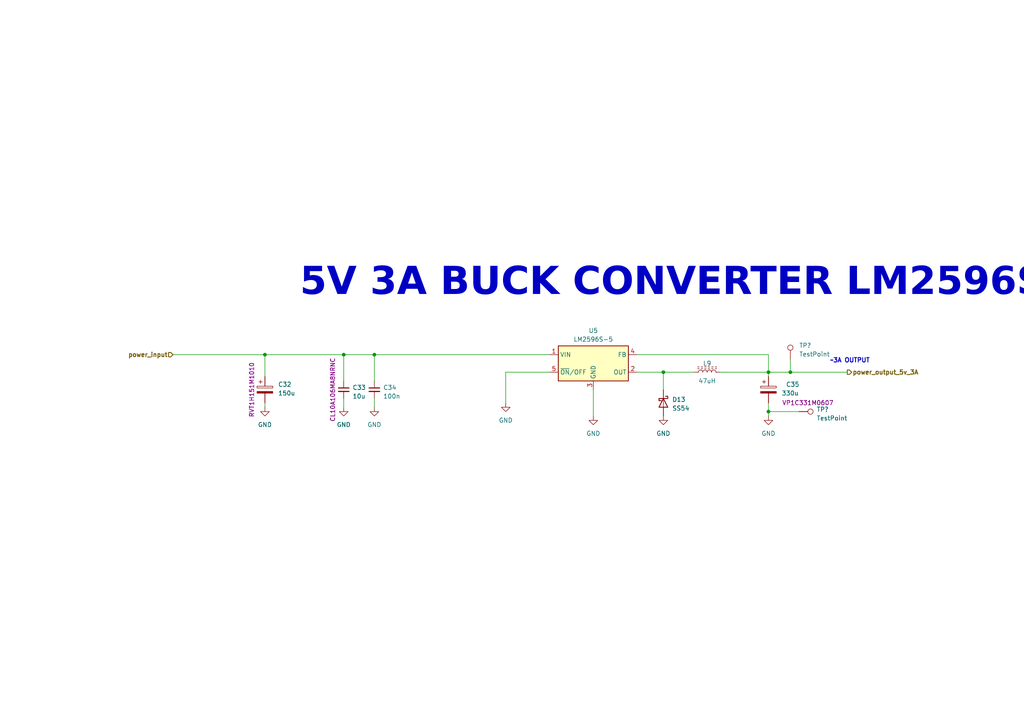
<source format=kicad_sch>
(kicad_sch (version 20230121) (generator eeschema)
  (paper "A4")
  (lib_symbols
    (symbol "Connector:TestPoint" (pin_numbers hide) (pin_names (offset 0.762) hide)
      (property "Reference" "TP" (at 0 6.858 0))
      (property "Value" "TestPoint" (at 0 5.08 0))
      (symbol "TestPoint_0_1"
        (circle (center 0 3.302) (radius 0.762))
      )
      (symbol "TestPoint_1_1"
        (pin passive line (at 0 0 90) (length 2.54) (name "1") (number "1"))
      )
    )
    (symbol "Device:C_Polarized" (pin_numbers hide) (pin_names (offset 0.254))
      (property "Reference" "C" (at 0.635 2.54 0))
      (property "Value" "C_Polarized" (at 0.635 -2.54 0))
      (symbol "C_Polarized_0_1"
        (rectangle (start -2.286 0.508) (end 2.286 1.016))
        (polyline (pts (xy -1.778 2.286) (xy -0.762 2.286)))
        (polyline (pts (xy -1.27 2.794) (xy -1.27 1.778)))
        (rectangle (start 2.286 -0.508) (end -2.286 -1.016) (fill (type outline)))
      )
      (symbol "C_Polarized_1_1"
        (pin passive line (at 0 3.81 270) (length 2.794) (name "~") (number "1"))
        (pin passive line (at 0 -3.81 90) (length 2.794) (name "~") (number "2"))
      )
    )
    (symbol "Device:C_Small" (pin_numbers hide) (pin_names (offset 0.254) hide)
      (property "Reference" "C" (at 0.254 1.778 0))
      (property "Value" "C_Small" (at 0.254 -2.032 0))
      (symbol "C_Small_0_1"
        (polyline (pts (xy -1.524 -0.508) (xy 1.524 -0.508)) (stroke (width 0.3302)))
        (polyline (pts (xy -1.524 0.508) (xy 1.524 0.508)) (stroke (width 0.3048)))
      )
      (symbol "C_Small_1_1"
        (pin passive line (at 0 2.54 270) (length 2.032) (name "~") (number "1"))
        (pin passive line (at 0 -2.54 90) (length 2.032) (name "~") (number "2"))
      )
    )
    (symbol "Device:D_Schottky" (pin_numbers hide) (pin_names (offset 1.016) hide)
      (property "Reference" "D" (at 0 2.54 0))
      (property "Value" "D_Schottky" (at 0 -2.54 0))
      (symbol "D_Schottky_0_1"
        (polyline (pts (xy 1.27 0) (xy -1.27 0)))
        (polyline (pts (xy 1.27 1.27) (xy 1.27 -1.27) (xy -1.27 0) (xy 1.27 1.27)) (stroke (width 0.254)))
        (polyline (pts (xy -1.905 0.635) (xy -1.905 1.27) (xy -1.27 1.27) (xy -1.27 -1.27) (xy -0.635 -1.27) (xy -0.635 -0.635)) (stroke (width 0.254)))
      )
      (symbol "D_Schottky_1_1"
        (pin passive line (at -3.81 0 0) (length 2.54) (name "K") (number "1"))
        (pin passive line (at 3.81 0 180) (length 2.54) (name "A") (number "2"))
      )
    )
    (symbol "Device:L_Ferrite" (pin_numbers hide) (pin_names (offset 1.016) hide)
      (property "Reference" "L" (at -1.27 0 90))
      (property "Value" "L_Ferrite" (at 2.794 0 90))
      (symbol "L_Ferrite_0_1"
        (arc (start 0 -2.54) (mid 0.6323 -1.905) (end 0 -1.27))
        (arc (start 0 -1.27) (mid 0.6323 -0.635) (end 0 0))
        (polyline (pts (xy 1.016 -2.794) (xy 1.016 -2.286)))
        (polyline (pts (xy 1.016 -1.778) (xy 1.016 -1.27)))
        (polyline (pts (xy 1.016 -0.762) (xy 1.016 -0.254)))
        (polyline (pts (xy 1.016 0.254) (xy 1.016 0.762)))
        (polyline (pts (xy 1.016 1.27) (xy 1.016 1.778)))
        (polyline (pts (xy 1.016 2.286) (xy 1.016 2.794)))
        (polyline (pts (xy 1.524 -2.286) (xy 1.524 -2.794)))
        (polyline (pts (xy 1.524 -1.27) (xy 1.524 -1.778)))
        (polyline (pts (xy 1.524 -0.254) (xy 1.524 -0.762)))
        (polyline (pts (xy 1.524 0.762) (xy 1.524 0.254)))
        (polyline (pts (xy 1.524 1.778) (xy 1.524 1.27)))
        (polyline (pts (xy 1.524 2.794) (xy 1.524 2.286)))
        (arc (start 0 0) (mid 0.6323 0.635) (end 0 1.27))
        (arc (start 0 1.27) (mid 0.6323 1.905) (end 0 2.54))
      )
      (symbol "L_Ferrite_1_1"
        (pin passive line (at 0 3.81 270) (length 1.27) (name "1") (number "1"))
        (pin passive line (at 0 -3.81 90) (length 1.27) (name "2") (number "2"))
      )
    )
    (symbol "GND_1" (power) (pin_names (offset 0))
      (property "Value" "GND_1" (at 0 -3.81 0))
      (symbol "GND_1_0_1"
        (polyline (pts (xy 0 0) (xy 0 -1.27) (xy 1.27 -1.27) (xy 0 -2.54) (xy -1.27 -1.27) (xy 0 -1.27)))
      )
      (symbol "GND_1_1_1"
        (pin power_in line (at 0 0 270) (length 0) hide (name "GND") (number "1"))
      )
    )
    (symbol "GND_2" (power) (pin_names (offset 0))
      (property "Value" "GND_2" (at 0 -3.81 0))
      (symbol "GND_2_0_1"
        (polyline (pts (xy 0 0) (xy 0 -1.27) (xy 1.27 -1.27) (xy 0 -2.54) (xy -1.27 -1.27) (xy 0 -1.27)))
      )
      (symbol "GND_2_1_1"
        (pin power_in line (at 0 0 270) (length 0) hide (name "GND") (number "1"))
      )
    )
    (symbol "GND_3" (power) (pin_names (offset 0))
      (property "Value" "GND_3" (at 0 -3.81 0))
      (symbol "GND_3_0_1"
        (polyline (pts (xy 0 0) (xy 0 -1.27) (xy 1.27 -1.27) (xy 0 -2.54) (xy -1.27 -1.27) (xy 0 -1.27)))
      )
      (symbol "GND_3_1_1"
        (pin power_in line (at 0 0 270) (length 0) hide (name "GND") (number "1"))
      )
    )
    (symbol "GND_4" (power) (pin_names (offset 0))
      (property "Value" "GND_4" (at 0 -3.81 0))
      (symbol "GND_4_0_1"
        (polyline (pts (xy 0 0) (xy 0 -1.27) (xy 1.27 -1.27) (xy 0 -2.54) (xy -1.27 -1.27) (xy 0 -1.27)))
      )
      (symbol "GND_4_1_1"
        (pin power_in line (at 0 0 270) (length 0) hide (name "GND") (number "1"))
      )
    )
    (symbol "GND_5" (power) (pin_names (offset 0))
      (property "Value" "GND_5" (at 0 -3.81 0))
      (symbol "GND_5_0_1"
        (polyline (pts (xy 0 0) (xy 0 -1.27) (xy 1.27 -1.27) (xy 0 -2.54) (xy -1.27 -1.27) (xy 0 -1.27)))
      )
      (symbol "GND_5_1_1"
        (pin power_in line (at 0 0 270) (length 0) hide (name "GND") (number "1"))
      )
    )
    (symbol "GND_6" (power) (pin_names (offset 0))
      (property "Value" "GND_6" (at 0 -3.81 0))
      (symbol "GND_6_0_1"
        (polyline (pts (xy 0 0) (xy 0 -1.27) (xy 1.27 -1.27) (xy 0 -2.54) (xy -1.27 -1.27) (xy 0 -1.27)))
      )
      (symbol "GND_6_1_1"
        (pin power_in line (at 0 0 270) (length 0) hide (name "GND") (number "1"))
      )
    )
    (symbol "GND_7" (power) (pin_names (offset 0))
      (property "Value" "GND_7" (at 0 -3.81 0))
      (symbol "GND_7_0_1"
        (polyline (pts (xy 0 0) (xy 0 -1.27) (xy 1.27 -1.27) (xy 0 -2.54) (xy -1.27 -1.27) (xy 0 -1.27)))
      )
      (symbol "GND_7_1_1"
        (pin power_in line (at 0 0 270) (length 0) hide (name "GND") (number "1"))
      )
    )
    (symbol "Regulator_Switching:LM2596S-12"
      (property "Reference" "U" (at -10.16 6.35 0))
      (property "Value" "LM2596S-12" (at 0 6.35 0))
      (symbol "LM2596S-12_0_1"
        (rectangle (start -10.16 5.08) (end 10.16 -5.08) (stroke (width 0.254)) (fill (type background)))
      )
      (symbol "LM2596S-12_1_1"
        (pin power_in line (at -12.7 2.54 0) (length 2.54) (name "VIN") (number "1"))
        (pin output line (at 12.7 -2.54 180) (length 2.54) (name "OUT") (number "2"))
        (pin power_in line (at 0 -7.62 90) (length 2.54) (name "GND") (number "3"))
        (pin input line (at 12.7 2.54 180) (length 2.54) (name "FB") (number "4"))
        (pin input line (at -12.7 -2.54 0) (length 2.54) (name "~{ON}/OFF") (number "5"))
      )
    )
  )
  (junction (at 99.695 102.87))
  (junction (at 192.405 107.95))
  (junction (at 229.235 107.95))
  (junction (at 108.585 102.87))
  (junction (at 222.885 107.95))
  (junction (at 222.885 119.38))
  (junction (at 76.835 102.87))
  (wire (pts (xy 108.585 118.11) (xy 108.585 115.57)))
  (wire (pts (xy 108.585 102.87) (xy 159.385 102.87)))
  (wire (pts (xy 99.695 118.11) (xy 99.695 115.57)))
  (wire (pts (xy 222.885 119.38) (xy 222.885 116.84)))
  (wire (pts (xy 146.685 107.95) (xy 146.685 116.84)))
  (wire (pts (xy 222.885 109.22) (xy 222.885 107.95)))
  (wire (pts (xy 222.885 120.65) (xy 222.885 119.38)))
  (wire (pts (xy 99.695 102.87) (xy 108.585 102.87)))
  (wire (pts (xy 184.785 102.87) (xy 222.885 102.87)))
  (wire (pts (xy 172.085 120.65) (xy 172.085 113.03)))
  (wire (pts (xy 108.585 110.49) (xy 108.585 102.87)))
  (wire (pts (xy 222.885 119.38) (xy 231.775 119.38)))
  (wire (pts (xy 222.885 107.95) (xy 229.235 107.95)))
  (wire (pts (xy 192.405 107.95) (xy 201.295 107.95)))
  (wire (pts (xy 229.235 107.95) (xy 245.745 107.95)))
  (wire (pts (xy 76.835 116.84) (xy 76.835 118.11)))
  (wire (pts (xy 208.915 107.95) (xy 222.885 107.95)))
  (wire (pts (xy 222.885 102.87) (xy 222.885 107.95)))
  (wire (pts (xy 99.695 110.49) (xy 99.695 102.87)))
  (wire (pts (xy 229.235 104.14) (xy 229.235 107.95)))
  (wire (pts (xy 192.405 107.95) (xy 192.405 113.03)))
  (wire (pts (xy 159.385 107.95) (xy 146.685 107.95)))
  (wire (pts (xy 184.785 107.95) (xy 192.405 107.95)))
  (wire (pts (xy 50.165 102.87) (xy 76.835 102.87)))
  (wire (pts (xy 76.835 102.87) (xy 99.695 102.87)))
  (wire (pts (xy 76.835 102.87) (xy 76.835 109.22)))
  (text "~3A OUTPUT" (at 240.665 105.41 0) (effects (font (size 1.27 1.27) bold) (justify left bottom)))
  (text "5V 3A BUCK CONVERTER LM2596S" (at 86.995 88.9 0) (effects (font (size 8 8) bold) (justify left bottom)))
  (hierarchical_label "power_input" (shape input) (at 50.165 102.87 180) (effects (font bold)))
  (hierarchical_label "power_output_5v_3A" (shape output) (at 245.745 107.95 0) (effects (font bold)))
  (symbol (lib_name "GND_1") (lib_id "power:GND") (at 222.885 120.65 0) (unit 1)
    (property "Reference" "#PWR072" (effects hide))
    (property "Value" "GND" (at 222.885 125.73 0))
    (instances (project "PL360_POWER_BOARD" (path "" (reference "#PWR072") (unit 1))) (project "RpiPico_Agriboard" (path "" (reference "#PWR0139") (unit 1))) (project "AC_DC_POWER_SUPPLY" (path "" (reference "#PWR027") (unit 1)) (path "" (reference "#PWR035") (unit 1))))
  )
  (symbol (lib_id "Device:C_Polarized") (at 222.885 113.03 0) (unit 1)
    (property "Reference" "C35" (at 227.965 111.506 0) (effects (justify left)))
    (property "Value" "330u" (at 226.695 114.046 0) (effects (justify left)))
    (property "Footprint" "Capacitor_SMD:CP_Elec_6.3x7.7" (effects hide))
    (property "MPN" "VP1C331M0607" (at 234.315 116.84 0))
    (instances (project "PL360_POWER_BOARD" (path "" (reference "C35") (unit 1))) (project "RpiPico_Agriboard" (path "" (reference "C39") (unit 1))) (project "AC_DC_POWER_SUPPLY" (path "" (reference "C25") (unit 1)) (path "" (reference "C27") (unit 1))))
  )
  (symbol (lib_name "GND_3") (lib_id "power:GND") (at 192.405 120.65 0) (unit 1)
    (property "Reference" "#PWR071" (effects hide))
    (property "Value" "GND" (at 192.405 125.73 0))
    (instances (project "PL360_POWER_BOARD" (path "" (reference "#PWR071") (unit 1))) (project "RpiPico_Agriboard" (path "" (reference "#PWR0120") (unit 1))) (project "AC_DC_POWER_SUPPLY" (path "" (reference "#PWR026") (unit 1)) (path "" (reference "#PWR034") (unit 1))))
  )
  (symbol (lib_name "GND_2") (lib_id "power:GND") (at 172.085 120.65 0) (unit 1)
    (property "Reference" "#PWR070" (effects hide))
    (property "Value" "GND" (at 172.085 125.73 0))
    (instances (project "PL360_POWER_BOARD" (path "" (reference "#PWR070") (unit 1))) (project "RpiPico_Agriboard" (path "" (reference "#PWR0119") (unit 1))) (project "AC_DC_POWER_SUPPLY" (path "" (reference "#PWR024") (unit 1)) (path "" (reference "#PWR033") (unit 1))))
  )
  (symbol (lib_id "Regulator_Switching:LM2596S-12") (at 172.085 105.41 0) (unit 1)
    (property "Reference" "U5" (at 172.085 95.885 0))
    (property "Value" "LM2596S-5" (at 172.085 98.425 0))
    (property "Footprint" "Package_TO_SOT_SMD:TO-263-5_TabPin3" (effects hide))
    (property "Datasheet" "http://www.ti.com/lit/ds/symlink/lm2596.pdf" (effects hide))
    (instances (project "PL360_POWER_BOARD" (path "" (reference "U5") (unit 1))) (project "RpiPico_Agriboard" (path "" (reference "U5") (unit 1))) (project "AC_DC_POWER_SUPPLY" (path "" (reference "U5") (unit 1)) (path "" (reference "U6") (unit 1))))
  )
  (symbol (lib_id "Device:C_Small") (at 108.585 113.03 0) (unit 1)
    (property "Reference" "C34" (at 111.125 112.4013 0) (effects (justify left)))
    (property "Value" "100n" (at 111.125 114.9413 0) (effects (justify left)))
    (property "Footprint" "Capacitor_SMD:C_0603_1608Metric" (effects hide))
    (instances (project "PL360_POWER_BOARD" (path "" (reference "C34") (unit 1))) (project "RpiPico_Agriboard" (path "" (reference "C38") (unit 1))))
  )
  (symbol (lib_id "Connector:TestPoint") (at 229.235 104.14 0) (unit 1)
    (property "Reference" "TP?" (at 231.775 100.203 0) (effects (justify left)))
    (property "Value" "TestPoint" (at 231.775 102.743 0) (effects (justify left)))
    (property "Footprint" "brilliant-kicad-library:TestPoint_Pad_D0.9mm" (effects hide))
    (instances (project "PL360_POWER_BOARD" (path "" (reference "TP?") (unit 1)) (path "" (reference "TP23") (unit 1))) (project "RpiPico_Agriboard" (path "" (reference "TP6") (unit 1))))
  )
  (symbol (lib_id "Device:D_Schottky") (at 192.405 116.84 270) (unit 1)
    (property "Reference" "D13" (at 194.945 115.8875 90) (effects (justify left)))
    (property "Value" "SS54" (at 194.945 118.4275 90) (effects (justify left)))
    (property "Footprint" "Diode_SMD:D_SMB" (effects hide))
    (instances (project "PL360_POWER_BOARD" (path "" (reference "D13") (unit 1))) (project "RpiPico_Agriboard" (path "" (reference "D4") (unit 1))) (project "AC_DC_POWER_SUPPLY" (path "" (reference "D?") (unit 1)) (path "" (reference "D?") (unit 1)) (path "" (reference "D9") (unit 1)) (path "" (reference "D10") (unit 1))))
  )
  (symbol (lib_name "GND_7") (lib_id "power:GND") (at 99.695 118.11 0) (unit 1)
    (property "Reference" "#PWR068" (effects hide))
    (property "Value" "GND" (at 99.695 123.19 0))
    (instances (project "PL360_POWER_BOARD" (path "" (reference "#PWR068") (unit 1))) (project "RpiPico_Agriboard" (path "" (reference "#PWR0117") (unit 1))) (project "AC_DC_POWER_SUPPLY" (path "" (reference "#PWR028") (unit 1)) (path "" (reference "#PWR032") (unit 1))))
  )
  (symbol (lib_id "Connector:TestPoint") (at 231.775 119.38 270) (unit 1)
    (property "Reference" "TP?" (at 236.855 118.745 90) (effects (justify left)))
    (property "Value" "TestPoint" (at 236.855 121.285 90) (effects (justify left)))
    (property "Footprint" "brilliant-kicad-library:TestPoint_Pad_D0.9mm" (effects hide))
    (instances (project "PL360_POWER_BOARD" (path "" (reference "TP?") (unit 1)) (path "" (reference "TP24") (unit 1))) (project "RpiPico_Agriboard" (path "" (reference "TP7") (unit 1))))
  )
  (symbol (lib_id "Device:C_Small") (at 99.695 113.03 0) (unit 1)
    (property "Reference" "C33" (at 102.235 112.4013 0) (effects (justify left)))
    (property "Value" "10u" (at 102.235 114.9413 0) (effects (justify left)))
    (property "Footprint" "Capacitor_SMD:C_0603_1608Metric" (effects hide))
    (property "MPN" "CL10A106MA8NRNC" (at 96.52 113.03 90))
    (instances (project "PL360_POWER_BOARD" (path "" (reference "C33") (unit 1))) (project "RpiPico_Agriboard" (path "" (reference "C37") (unit 1))))
  )
  (symbol (lib_name "GND_4") (lib_id "power:GND") (at 76.835 118.11 0) (unit 1)
    (property "Reference" "#PWR067" (effects hide))
    (property "Value" "GND" (at 76.835 123.19 0))
    (instances (project "PL360_POWER_BOARD" (path "" (reference "#PWR067") (unit 1))) (project "RpiPico_Agriboard" (path "" (reference "#PWR0116") (unit 1))) (project "AC_DC_POWER_SUPPLY" (path "" (reference "#PWR028") (unit 1)) (path "" (reference "#PWR032") (unit 1))))
  )
  (symbol (lib_name "GND_6") (lib_id "power:GND") (at 108.585 118.11 0) (unit 1)
    (property "Reference" "#PWR069" (effects hide))
    (property "Value" "GND" (at 108.585 123.19 0))
    (instances (project "PL360_POWER_BOARD" (path "" (reference "#PWR069") (unit 1))) (project "RpiPico_Agriboard" (path "" (reference "#PWR0118") (unit 1))) (project "AC_DC_POWER_SUPPLY" (path "" (reference "#PWR028") (unit 1)) (path "" (reference "#PWR032") (unit 1))))
  )
  (symbol (lib_id "Device:C_Polarized") (at 76.835 113.03 0) (unit 1)
    (property "Reference" "C32" (at 80.645 111.506 0) (effects (justify left)))
    (property "Value" "150u" (at 80.645 114.046 0) (effects (justify left)))
    (property "Footprint" "Capacitor_SMD:CP_Elec_10x10.5" (effects hide))
    (property "MPN" "RVT1H151M1010" (at 73.025 113.03 90))
    (instances (project "PL360_POWER_BOARD" (path "" (reference "C32") (unit 1))) (project "RpiPico_Agriboard" (path "" (reference "C35") (unit 1))) (project "AC_DC_POWER_SUPPLY" (path "" (reference "C24") (unit 1)) (path "" (reference "C26") (unit 1))))
  )
  (symbol (lib_id "Device:L_Ferrite") (at 205.105 107.95 90) (unit 1)
    (property "Reference" "L9" (at 205.105 105.41 90))
    (property "Value" "47uH" (at 205.105 110.49 90))
    (property "Footprint" "greencharge-footprints:SPM10065VT" (effects hide))
    (instances (project "PL360_POWER_BOARD" (path "" (reference "L9") (unit 1))) (project "RpiPico_Agriboard" (path "" (reference "L2") (unit 1))) (project "AC_DC_POWER_SUPPLY" (path "" (reference "L4") (unit 1)) (path "" (reference "L5") (unit 1))))
  )
  (symbol (lib_name "GND_5") (lib_id "power:GND") (at 146.685 116.84 0) (unit 1)
    (property "Reference" "#PWR066" (effects hide))
    (property "Value" "GND" (at 146.685 121.92 0))
    (instances (project "PL360_POWER_BOARD" (path "" (reference "#PWR066") (unit 1))) (project "RpiPico_Agriboard" (path "" (reference "#PWR0115") (unit 1))) (project "AC_DC_POWER_SUPPLY" (path "" (reference "#PWR025") (unit 1)) (path "" (reference "#PWR031") (unit 1))))
  )
)
</source>
